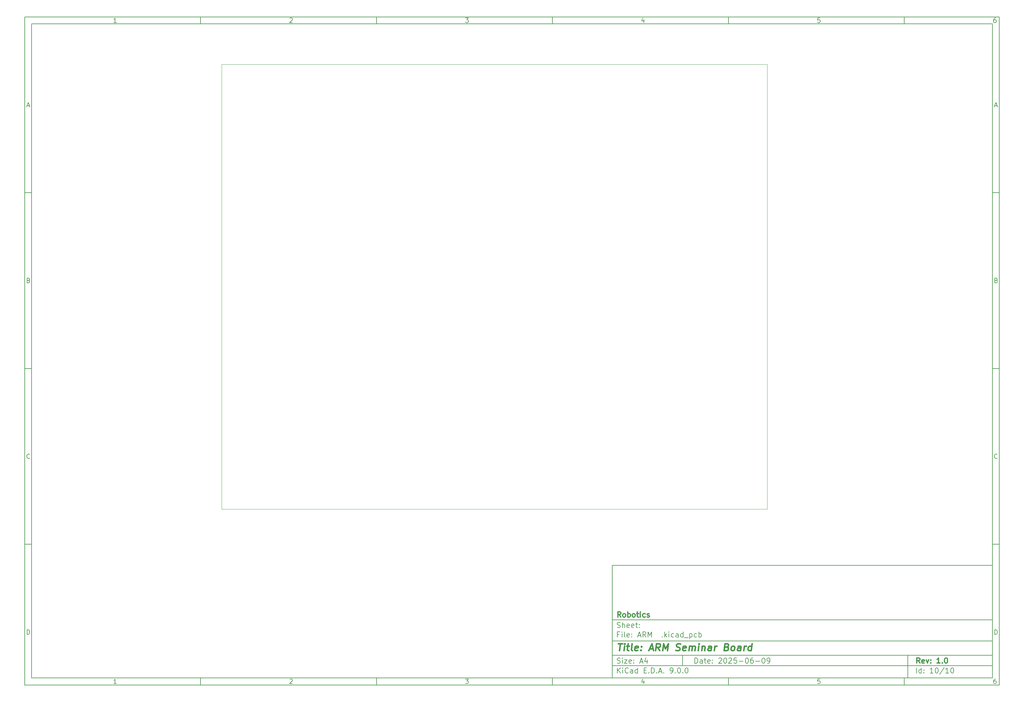
<source format=gm1>
G04 #@! TF.GenerationSoftware,KiCad,Pcbnew,9.0.0*
G04 #@! TF.CreationDate,2025-06-10T17:59:39+09:00*
G04 #@! TF.ProjectId,ARM ___ __,41524d20-38f8-4982-90f4-dc2e6b696361,1.0*
G04 #@! TF.SameCoordinates,Original*
G04 #@! TF.FileFunction,Profile,NP*
%FSLAX46Y46*%
G04 Gerber Fmt 4.6, Leading zero omitted, Abs format (unit mm)*
G04 Created by KiCad (PCBNEW 9.0.0) date 2025-06-10 17:59:39*
%MOMM*%
%LPD*%
G01*
G04 APERTURE LIST*
%ADD10C,0.100000*%
%ADD11C,0.150000*%
%ADD12C,0.300000*%
%ADD13C,0.400000*%
G04 #@! TA.AperFunction,Profile*
%ADD14C,0.050000*%
G04 #@! TD*
G04 APERTURE END LIST*
D10*
D11*
X177002200Y-166007200D02*
X285002200Y-166007200D01*
X285002200Y-198007200D01*
X177002200Y-198007200D01*
X177002200Y-166007200D01*
D10*
D11*
X10000000Y-10000000D02*
X287002200Y-10000000D01*
X287002200Y-200007200D01*
X10000000Y-200007200D01*
X10000000Y-10000000D01*
D10*
D11*
X12000000Y-12000000D02*
X285002200Y-12000000D01*
X285002200Y-198007200D01*
X12000000Y-198007200D01*
X12000000Y-12000000D01*
D10*
D11*
X60000000Y-12000000D02*
X60000000Y-10000000D01*
D10*
D11*
X110000000Y-12000000D02*
X110000000Y-10000000D01*
D10*
D11*
X160000000Y-12000000D02*
X160000000Y-10000000D01*
D10*
D11*
X210000000Y-12000000D02*
X210000000Y-10000000D01*
D10*
D11*
X260000000Y-12000000D02*
X260000000Y-10000000D01*
D10*
D11*
X36089160Y-11593604D02*
X35346303Y-11593604D01*
X35717731Y-11593604D02*
X35717731Y-10293604D01*
X35717731Y-10293604D02*
X35593922Y-10479319D01*
X35593922Y-10479319D02*
X35470112Y-10603128D01*
X35470112Y-10603128D02*
X35346303Y-10665033D01*
D10*
D11*
X85346303Y-10417414D02*
X85408207Y-10355509D01*
X85408207Y-10355509D02*
X85532017Y-10293604D01*
X85532017Y-10293604D02*
X85841541Y-10293604D01*
X85841541Y-10293604D02*
X85965350Y-10355509D01*
X85965350Y-10355509D02*
X86027255Y-10417414D01*
X86027255Y-10417414D02*
X86089160Y-10541223D01*
X86089160Y-10541223D02*
X86089160Y-10665033D01*
X86089160Y-10665033D02*
X86027255Y-10850747D01*
X86027255Y-10850747D02*
X85284398Y-11593604D01*
X85284398Y-11593604D02*
X86089160Y-11593604D01*
D10*
D11*
X135284398Y-10293604D02*
X136089160Y-10293604D01*
X136089160Y-10293604D02*
X135655826Y-10788842D01*
X135655826Y-10788842D02*
X135841541Y-10788842D01*
X135841541Y-10788842D02*
X135965350Y-10850747D01*
X135965350Y-10850747D02*
X136027255Y-10912652D01*
X136027255Y-10912652D02*
X136089160Y-11036461D01*
X136089160Y-11036461D02*
X136089160Y-11345985D01*
X136089160Y-11345985D02*
X136027255Y-11469795D01*
X136027255Y-11469795D02*
X135965350Y-11531700D01*
X135965350Y-11531700D02*
X135841541Y-11593604D01*
X135841541Y-11593604D02*
X135470112Y-11593604D01*
X135470112Y-11593604D02*
X135346303Y-11531700D01*
X135346303Y-11531700D02*
X135284398Y-11469795D01*
D10*
D11*
X185965350Y-10726938D02*
X185965350Y-11593604D01*
X185655826Y-10231700D02*
X185346303Y-11160271D01*
X185346303Y-11160271D02*
X186151064Y-11160271D01*
D10*
D11*
X236027255Y-10293604D02*
X235408207Y-10293604D01*
X235408207Y-10293604D02*
X235346303Y-10912652D01*
X235346303Y-10912652D02*
X235408207Y-10850747D01*
X235408207Y-10850747D02*
X235532017Y-10788842D01*
X235532017Y-10788842D02*
X235841541Y-10788842D01*
X235841541Y-10788842D02*
X235965350Y-10850747D01*
X235965350Y-10850747D02*
X236027255Y-10912652D01*
X236027255Y-10912652D02*
X236089160Y-11036461D01*
X236089160Y-11036461D02*
X236089160Y-11345985D01*
X236089160Y-11345985D02*
X236027255Y-11469795D01*
X236027255Y-11469795D02*
X235965350Y-11531700D01*
X235965350Y-11531700D02*
X235841541Y-11593604D01*
X235841541Y-11593604D02*
X235532017Y-11593604D01*
X235532017Y-11593604D02*
X235408207Y-11531700D01*
X235408207Y-11531700D02*
X235346303Y-11469795D01*
D10*
D11*
X285965350Y-10293604D02*
X285717731Y-10293604D01*
X285717731Y-10293604D02*
X285593922Y-10355509D01*
X285593922Y-10355509D02*
X285532017Y-10417414D01*
X285532017Y-10417414D02*
X285408207Y-10603128D01*
X285408207Y-10603128D02*
X285346303Y-10850747D01*
X285346303Y-10850747D02*
X285346303Y-11345985D01*
X285346303Y-11345985D02*
X285408207Y-11469795D01*
X285408207Y-11469795D02*
X285470112Y-11531700D01*
X285470112Y-11531700D02*
X285593922Y-11593604D01*
X285593922Y-11593604D02*
X285841541Y-11593604D01*
X285841541Y-11593604D02*
X285965350Y-11531700D01*
X285965350Y-11531700D02*
X286027255Y-11469795D01*
X286027255Y-11469795D02*
X286089160Y-11345985D01*
X286089160Y-11345985D02*
X286089160Y-11036461D01*
X286089160Y-11036461D02*
X286027255Y-10912652D01*
X286027255Y-10912652D02*
X285965350Y-10850747D01*
X285965350Y-10850747D02*
X285841541Y-10788842D01*
X285841541Y-10788842D02*
X285593922Y-10788842D01*
X285593922Y-10788842D02*
X285470112Y-10850747D01*
X285470112Y-10850747D02*
X285408207Y-10912652D01*
X285408207Y-10912652D02*
X285346303Y-11036461D01*
D10*
D11*
X60000000Y-198007200D02*
X60000000Y-200007200D01*
D10*
D11*
X110000000Y-198007200D02*
X110000000Y-200007200D01*
D10*
D11*
X160000000Y-198007200D02*
X160000000Y-200007200D01*
D10*
D11*
X210000000Y-198007200D02*
X210000000Y-200007200D01*
D10*
D11*
X260000000Y-198007200D02*
X260000000Y-200007200D01*
D10*
D11*
X36089160Y-199600804D02*
X35346303Y-199600804D01*
X35717731Y-199600804D02*
X35717731Y-198300804D01*
X35717731Y-198300804D02*
X35593922Y-198486519D01*
X35593922Y-198486519D02*
X35470112Y-198610328D01*
X35470112Y-198610328D02*
X35346303Y-198672233D01*
D10*
D11*
X85346303Y-198424614D02*
X85408207Y-198362709D01*
X85408207Y-198362709D02*
X85532017Y-198300804D01*
X85532017Y-198300804D02*
X85841541Y-198300804D01*
X85841541Y-198300804D02*
X85965350Y-198362709D01*
X85965350Y-198362709D02*
X86027255Y-198424614D01*
X86027255Y-198424614D02*
X86089160Y-198548423D01*
X86089160Y-198548423D02*
X86089160Y-198672233D01*
X86089160Y-198672233D02*
X86027255Y-198857947D01*
X86027255Y-198857947D02*
X85284398Y-199600804D01*
X85284398Y-199600804D02*
X86089160Y-199600804D01*
D10*
D11*
X135284398Y-198300804D02*
X136089160Y-198300804D01*
X136089160Y-198300804D02*
X135655826Y-198796042D01*
X135655826Y-198796042D02*
X135841541Y-198796042D01*
X135841541Y-198796042D02*
X135965350Y-198857947D01*
X135965350Y-198857947D02*
X136027255Y-198919852D01*
X136027255Y-198919852D02*
X136089160Y-199043661D01*
X136089160Y-199043661D02*
X136089160Y-199353185D01*
X136089160Y-199353185D02*
X136027255Y-199476995D01*
X136027255Y-199476995D02*
X135965350Y-199538900D01*
X135965350Y-199538900D02*
X135841541Y-199600804D01*
X135841541Y-199600804D02*
X135470112Y-199600804D01*
X135470112Y-199600804D02*
X135346303Y-199538900D01*
X135346303Y-199538900D02*
X135284398Y-199476995D01*
D10*
D11*
X185965350Y-198734138D02*
X185965350Y-199600804D01*
X185655826Y-198238900D02*
X185346303Y-199167471D01*
X185346303Y-199167471D02*
X186151064Y-199167471D01*
D10*
D11*
X236027255Y-198300804D02*
X235408207Y-198300804D01*
X235408207Y-198300804D02*
X235346303Y-198919852D01*
X235346303Y-198919852D02*
X235408207Y-198857947D01*
X235408207Y-198857947D02*
X235532017Y-198796042D01*
X235532017Y-198796042D02*
X235841541Y-198796042D01*
X235841541Y-198796042D02*
X235965350Y-198857947D01*
X235965350Y-198857947D02*
X236027255Y-198919852D01*
X236027255Y-198919852D02*
X236089160Y-199043661D01*
X236089160Y-199043661D02*
X236089160Y-199353185D01*
X236089160Y-199353185D02*
X236027255Y-199476995D01*
X236027255Y-199476995D02*
X235965350Y-199538900D01*
X235965350Y-199538900D02*
X235841541Y-199600804D01*
X235841541Y-199600804D02*
X235532017Y-199600804D01*
X235532017Y-199600804D02*
X235408207Y-199538900D01*
X235408207Y-199538900D02*
X235346303Y-199476995D01*
D10*
D11*
X285965350Y-198300804D02*
X285717731Y-198300804D01*
X285717731Y-198300804D02*
X285593922Y-198362709D01*
X285593922Y-198362709D02*
X285532017Y-198424614D01*
X285532017Y-198424614D02*
X285408207Y-198610328D01*
X285408207Y-198610328D02*
X285346303Y-198857947D01*
X285346303Y-198857947D02*
X285346303Y-199353185D01*
X285346303Y-199353185D02*
X285408207Y-199476995D01*
X285408207Y-199476995D02*
X285470112Y-199538900D01*
X285470112Y-199538900D02*
X285593922Y-199600804D01*
X285593922Y-199600804D02*
X285841541Y-199600804D01*
X285841541Y-199600804D02*
X285965350Y-199538900D01*
X285965350Y-199538900D02*
X286027255Y-199476995D01*
X286027255Y-199476995D02*
X286089160Y-199353185D01*
X286089160Y-199353185D02*
X286089160Y-199043661D01*
X286089160Y-199043661D02*
X286027255Y-198919852D01*
X286027255Y-198919852D02*
X285965350Y-198857947D01*
X285965350Y-198857947D02*
X285841541Y-198796042D01*
X285841541Y-198796042D02*
X285593922Y-198796042D01*
X285593922Y-198796042D02*
X285470112Y-198857947D01*
X285470112Y-198857947D02*
X285408207Y-198919852D01*
X285408207Y-198919852D02*
X285346303Y-199043661D01*
D10*
D11*
X10000000Y-60000000D02*
X12000000Y-60000000D01*
D10*
D11*
X10000000Y-110000000D02*
X12000000Y-110000000D01*
D10*
D11*
X10000000Y-160000000D02*
X12000000Y-160000000D01*
D10*
D11*
X10690476Y-35222176D02*
X11309523Y-35222176D01*
X10566666Y-35593604D02*
X10999999Y-34293604D01*
X10999999Y-34293604D02*
X11433333Y-35593604D01*
D10*
D11*
X11092857Y-84912652D02*
X11278571Y-84974557D01*
X11278571Y-84974557D02*
X11340476Y-85036461D01*
X11340476Y-85036461D02*
X11402380Y-85160271D01*
X11402380Y-85160271D02*
X11402380Y-85345985D01*
X11402380Y-85345985D02*
X11340476Y-85469795D01*
X11340476Y-85469795D02*
X11278571Y-85531700D01*
X11278571Y-85531700D02*
X11154761Y-85593604D01*
X11154761Y-85593604D02*
X10659523Y-85593604D01*
X10659523Y-85593604D02*
X10659523Y-84293604D01*
X10659523Y-84293604D02*
X11092857Y-84293604D01*
X11092857Y-84293604D02*
X11216666Y-84355509D01*
X11216666Y-84355509D02*
X11278571Y-84417414D01*
X11278571Y-84417414D02*
X11340476Y-84541223D01*
X11340476Y-84541223D02*
X11340476Y-84665033D01*
X11340476Y-84665033D02*
X11278571Y-84788842D01*
X11278571Y-84788842D02*
X11216666Y-84850747D01*
X11216666Y-84850747D02*
X11092857Y-84912652D01*
X11092857Y-84912652D02*
X10659523Y-84912652D01*
D10*
D11*
X11402380Y-135469795D02*
X11340476Y-135531700D01*
X11340476Y-135531700D02*
X11154761Y-135593604D01*
X11154761Y-135593604D02*
X11030952Y-135593604D01*
X11030952Y-135593604D02*
X10845238Y-135531700D01*
X10845238Y-135531700D02*
X10721428Y-135407890D01*
X10721428Y-135407890D02*
X10659523Y-135284080D01*
X10659523Y-135284080D02*
X10597619Y-135036461D01*
X10597619Y-135036461D02*
X10597619Y-134850747D01*
X10597619Y-134850747D02*
X10659523Y-134603128D01*
X10659523Y-134603128D02*
X10721428Y-134479319D01*
X10721428Y-134479319D02*
X10845238Y-134355509D01*
X10845238Y-134355509D02*
X11030952Y-134293604D01*
X11030952Y-134293604D02*
X11154761Y-134293604D01*
X11154761Y-134293604D02*
X11340476Y-134355509D01*
X11340476Y-134355509D02*
X11402380Y-134417414D01*
D10*
D11*
X10659523Y-185593604D02*
X10659523Y-184293604D01*
X10659523Y-184293604D02*
X10969047Y-184293604D01*
X10969047Y-184293604D02*
X11154761Y-184355509D01*
X11154761Y-184355509D02*
X11278571Y-184479319D01*
X11278571Y-184479319D02*
X11340476Y-184603128D01*
X11340476Y-184603128D02*
X11402380Y-184850747D01*
X11402380Y-184850747D02*
X11402380Y-185036461D01*
X11402380Y-185036461D02*
X11340476Y-185284080D01*
X11340476Y-185284080D02*
X11278571Y-185407890D01*
X11278571Y-185407890D02*
X11154761Y-185531700D01*
X11154761Y-185531700D02*
X10969047Y-185593604D01*
X10969047Y-185593604D02*
X10659523Y-185593604D01*
D10*
D11*
X287002200Y-60000000D02*
X285002200Y-60000000D01*
D10*
D11*
X287002200Y-110000000D02*
X285002200Y-110000000D01*
D10*
D11*
X287002200Y-160000000D02*
X285002200Y-160000000D01*
D10*
D11*
X285692676Y-35222176D02*
X286311723Y-35222176D01*
X285568866Y-35593604D02*
X286002199Y-34293604D01*
X286002199Y-34293604D02*
X286435533Y-35593604D01*
D10*
D11*
X286095057Y-84912652D02*
X286280771Y-84974557D01*
X286280771Y-84974557D02*
X286342676Y-85036461D01*
X286342676Y-85036461D02*
X286404580Y-85160271D01*
X286404580Y-85160271D02*
X286404580Y-85345985D01*
X286404580Y-85345985D02*
X286342676Y-85469795D01*
X286342676Y-85469795D02*
X286280771Y-85531700D01*
X286280771Y-85531700D02*
X286156961Y-85593604D01*
X286156961Y-85593604D02*
X285661723Y-85593604D01*
X285661723Y-85593604D02*
X285661723Y-84293604D01*
X285661723Y-84293604D02*
X286095057Y-84293604D01*
X286095057Y-84293604D02*
X286218866Y-84355509D01*
X286218866Y-84355509D02*
X286280771Y-84417414D01*
X286280771Y-84417414D02*
X286342676Y-84541223D01*
X286342676Y-84541223D02*
X286342676Y-84665033D01*
X286342676Y-84665033D02*
X286280771Y-84788842D01*
X286280771Y-84788842D02*
X286218866Y-84850747D01*
X286218866Y-84850747D02*
X286095057Y-84912652D01*
X286095057Y-84912652D02*
X285661723Y-84912652D01*
D10*
D11*
X286404580Y-135469795D02*
X286342676Y-135531700D01*
X286342676Y-135531700D02*
X286156961Y-135593604D01*
X286156961Y-135593604D02*
X286033152Y-135593604D01*
X286033152Y-135593604D02*
X285847438Y-135531700D01*
X285847438Y-135531700D02*
X285723628Y-135407890D01*
X285723628Y-135407890D02*
X285661723Y-135284080D01*
X285661723Y-135284080D02*
X285599819Y-135036461D01*
X285599819Y-135036461D02*
X285599819Y-134850747D01*
X285599819Y-134850747D02*
X285661723Y-134603128D01*
X285661723Y-134603128D02*
X285723628Y-134479319D01*
X285723628Y-134479319D02*
X285847438Y-134355509D01*
X285847438Y-134355509D02*
X286033152Y-134293604D01*
X286033152Y-134293604D02*
X286156961Y-134293604D01*
X286156961Y-134293604D02*
X286342676Y-134355509D01*
X286342676Y-134355509D02*
X286404580Y-134417414D01*
D10*
D11*
X285661723Y-185593604D02*
X285661723Y-184293604D01*
X285661723Y-184293604D02*
X285971247Y-184293604D01*
X285971247Y-184293604D02*
X286156961Y-184355509D01*
X286156961Y-184355509D02*
X286280771Y-184479319D01*
X286280771Y-184479319D02*
X286342676Y-184603128D01*
X286342676Y-184603128D02*
X286404580Y-184850747D01*
X286404580Y-184850747D02*
X286404580Y-185036461D01*
X286404580Y-185036461D02*
X286342676Y-185284080D01*
X286342676Y-185284080D02*
X286280771Y-185407890D01*
X286280771Y-185407890D02*
X286156961Y-185531700D01*
X286156961Y-185531700D02*
X285971247Y-185593604D01*
X285971247Y-185593604D02*
X285661723Y-185593604D01*
D10*
D11*
X200458026Y-193793328D02*
X200458026Y-192293328D01*
X200458026Y-192293328D02*
X200815169Y-192293328D01*
X200815169Y-192293328D02*
X201029455Y-192364757D01*
X201029455Y-192364757D02*
X201172312Y-192507614D01*
X201172312Y-192507614D02*
X201243741Y-192650471D01*
X201243741Y-192650471D02*
X201315169Y-192936185D01*
X201315169Y-192936185D02*
X201315169Y-193150471D01*
X201315169Y-193150471D02*
X201243741Y-193436185D01*
X201243741Y-193436185D02*
X201172312Y-193579042D01*
X201172312Y-193579042D02*
X201029455Y-193721900D01*
X201029455Y-193721900D02*
X200815169Y-193793328D01*
X200815169Y-193793328D02*
X200458026Y-193793328D01*
X202600884Y-193793328D02*
X202600884Y-193007614D01*
X202600884Y-193007614D02*
X202529455Y-192864757D01*
X202529455Y-192864757D02*
X202386598Y-192793328D01*
X202386598Y-192793328D02*
X202100884Y-192793328D01*
X202100884Y-192793328D02*
X201958026Y-192864757D01*
X202600884Y-193721900D02*
X202458026Y-193793328D01*
X202458026Y-193793328D02*
X202100884Y-193793328D01*
X202100884Y-193793328D02*
X201958026Y-193721900D01*
X201958026Y-193721900D02*
X201886598Y-193579042D01*
X201886598Y-193579042D02*
X201886598Y-193436185D01*
X201886598Y-193436185D02*
X201958026Y-193293328D01*
X201958026Y-193293328D02*
X202100884Y-193221900D01*
X202100884Y-193221900D02*
X202458026Y-193221900D01*
X202458026Y-193221900D02*
X202600884Y-193150471D01*
X203100884Y-192793328D02*
X203672312Y-192793328D01*
X203315169Y-192293328D02*
X203315169Y-193579042D01*
X203315169Y-193579042D02*
X203386598Y-193721900D01*
X203386598Y-193721900D02*
X203529455Y-193793328D01*
X203529455Y-193793328D02*
X203672312Y-193793328D01*
X204743741Y-193721900D02*
X204600884Y-193793328D01*
X204600884Y-193793328D02*
X204315170Y-193793328D01*
X204315170Y-193793328D02*
X204172312Y-193721900D01*
X204172312Y-193721900D02*
X204100884Y-193579042D01*
X204100884Y-193579042D02*
X204100884Y-193007614D01*
X204100884Y-193007614D02*
X204172312Y-192864757D01*
X204172312Y-192864757D02*
X204315170Y-192793328D01*
X204315170Y-192793328D02*
X204600884Y-192793328D01*
X204600884Y-192793328D02*
X204743741Y-192864757D01*
X204743741Y-192864757D02*
X204815170Y-193007614D01*
X204815170Y-193007614D02*
X204815170Y-193150471D01*
X204815170Y-193150471D02*
X204100884Y-193293328D01*
X205458026Y-193650471D02*
X205529455Y-193721900D01*
X205529455Y-193721900D02*
X205458026Y-193793328D01*
X205458026Y-193793328D02*
X205386598Y-193721900D01*
X205386598Y-193721900D02*
X205458026Y-193650471D01*
X205458026Y-193650471D02*
X205458026Y-193793328D01*
X205458026Y-192864757D02*
X205529455Y-192936185D01*
X205529455Y-192936185D02*
X205458026Y-193007614D01*
X205458026Y-193007614D02*
X205386598Y-192936185D01*
X205386598Y-192936185D02*
X205458026Y-192864757D01*
X205458026Y-192864757D02*
X205458026Y-193007614D01*
X207243741Y-192436185D02*
X207315169Y-192364757D01*
X207315169Y-192364757D02*
X207458027Y-192293328D01*
X207458027Y-192293328D02*
X207815169Y-192293328D01*
X207815169Y-192293328D02*
X207958027Y-192364757D01*
X207958027Y-192364757D02*
X208029455Y-192436185D01*
X208029455Y-192436185D02*
X208100884Y-192579042D01*
X208100884Y-192579042D02*
X208100884Y-192721900D01*
X208100884Y-192721900D02*
X208029455Y-192936185D01*
X208029455Y-192936185D02*
X207172312Y-193793328D01*
X207172312Y-193793328D02*
X208100884Y-193793328D01*
X209029455Y-192293328D02*
X209172312Y-192293328D01*
X209172312Y-192293328D02*
X209315169Y-192364757D01*
X209315169Y-192364757D02*
X209386598Y-192436185D01*
X209386598Y-192436185D02*
X209458026Y-192579042D01*
X209458026Y-192579042D02*
X209529455Y-192864757D01*
X209529455Y-192864757D02*
X209529455Y-193221900D01*
X209529455Y-193221900D02*
X209458026Y-193507614D01*
X209458026Y-193507614D02*
X209386598Y-193650471D01*
X209386598Y-193650471D02*
X209315169Y-193721900D01*
X209315169Y-193721900D02*
X209172312Y-193793328D01*
X209172312Y-193793328D02*
X209029455Y-193793328D01*
X209029455Y-193793328D02*
X208886598Y-193721900D01*
X208886598Y-193721900D02*
X208815169Y-193650471D01*
X208815169Y-193650471D02*
X208743740Y-193507614D01*
X208743740Y-193507614D02*
X208672312Y-193221900D01*
X208672312Y-193221900D02*
X208672312Y-192864757D01*
X208672312Y-192864757D02*
X208743740Y-192579042D01*
X208743740Y-192579042D02*
X208815169Y-192436185D01*
X208815169Y-192436185D02*
X208886598Y-192364757D01*
X208886598Y-192364757D02*
X209029455Y-192293328D01*
X210100883Y-192436185D02*
X210172311Y-192364757D01*
X210172311Y-192364757D02*
X210315169Y-192293328D01*
X210315169Y-192293328D02*
X210672311Y-192293328D01*
X210672311Y-192293328D02*
X210815169Y-192364757D01*
X210815169Y-192364757D02*
X210886597Y-192436185D01*
X210886597Y-192436185D02*
X210958026Y-192579042D01*
X210958026Y-192579042D02*
X210958026Y-192721900D01*
X210958026Y-192721900D02*
X210886597Y-192936185D01*
X210886597Y-192936185D02*
X210029454Y-193793328D01*
X210029454Y-193793328D02*
X210958026Y-193793328D01*
X212315168Y-192293328D02*
X211600882Y-192293328D01*
X211600882Y-192293328D02*
X211529454Y-193007614D01*
X211529454Y-193007614D02*
X211600882Y-192936185D01*
X211600882Y-192936185D02*
X211743740Y-192864757D01*
X211743740Y-192864757D02*
X212100882Y-192864757D01*
X212100882Y-192864757D02*
X212243740Y-192936185D01*
X212243740Y-192936185D02*
X212315168Y-193007614D01*
X212315168Y-193007614D02*
X212386597Y-193150471D01*
X212386597Y-193150471D02*
X212386597Y-193507614D01*
X212386597Y-193507614D02*
X212315168Y-193650471D01*
X212315168Y-193650471D02*
X212243740Y-193721900D01*
X212243740Y-193721900D02*
X212100882Y-193793328D01*
X212100882Y-193793328D02*
X211743740Y-193793328D01*
X211743740Y-193793328D02*
X211600882Y-193721900D01*
X211600882Y-193721900D02*
X211529454Y-193650471D01*
X213029453Y-193221900D02*
X214172311Y-193221900D01*
X215172311Y-192293328D02*
X215315168Y-192293328D01*
X215315168Y-192293328D02*
X215458025Y-192364757D01*
X215458025Y-192364757D02*
X215529454Y-192436185D01*
X215529454Y-192436185D02*
X215600882Y-192579042D01*
X215600882Y-192579042D02*
X215672311Y-192864757D01*
X215672311Y-192864757D02*
X215672311Y-193221900D01*
X215672311Y-193221900D02*
X215600882Y-193507614D01*
X215600882Y-193507614D02*
X215529454Y-193650471D01*
X215529454Y-193650471D02*
X215458025Y-193721900D01*
X215458025Y-193721900D02*
X215315168Y-193793328D01*
X215315168Y-193793328D02*
X215172311Y-193793328D01*
X215172311Y-193793328D02*
X215029454Y-193721900D01*
X215029454Y-193721900D02*
X214958025Y-193650471D01*
X214958025Y-193650471D02*
X214886596Y-193507614D01*
X214886596Y-193507614D02*
X214815168Y-193221900D01*
X214815168Y-193221900D02*
X214815168Y-192864757D01*
X214815168Y-192864757D02*
X214886596Y-192579042D01*
X214886596Y-192579042D02*
X214958025Y-192436185D01*
X214958025Y-192436185D02*
X215029454Y-192364757D01*
X215029454Y-192364757D02*
X215172311Y-192293328D01*
X216958025Y-192293328D02*
X216672310Y-192293328D01*
X216672310Y-192293328D02*
X216529453Y-192364757D01*
X216529453Y-192364757D02*
X216458025Y-192436185D01*
X216458025Y-192436185D02*
X216315167Y-192650471D01*
X216315167Y-192650471D02*
X216243739Y-192936185D01*
X216243739Y-192936185D02*
X216243739Y-193507614D01*
X216243739Y-193507614D02*
X216315167Y-193650471D01*
X216315167Y-193650471D02*
X216386596Y-193721900D01*
X216386596Y-193721900D02*
X216529453Y-193793328D01*
X216529453Y-193793328D02*
X216815167Y-193793328D01*
X216815167Y-193793328D02*
X216958025Y-193721900D01*
X216958025Y-193721900D02*
X217029453Y-193650471D01*
X217029453Y-193650471D02*
X217100882Y-193507614D01*
X217100882Y-193507614D02*
X217100882Y-193150471D01*
X217100882Y-193150471D02*
X217029453Y-193007614D01*
X217029453Y-193007614D02*
X216958025Y-192936185D01*
X216958025Y-192936185D02*
X216815167Y-192864757D01*
X216815167Y-192864757D02*
X216529453Y-192864757D01*
X216529453Y-192864757D02*
X216386596Y-192936185D01*
X216386596Y-192936185D02*
X216315167Y-193007614D01*
X216315167Y-193007614D02*
X216243739Y-193150471D01*
X217743738Y-193221900D02*
X218886596Y-193221900D01*
X219886596Y-192293328D02*
X220029453Y-192293328D01*
X220029453Y-192293328D02*
X220172310Y-192364757D01*
X220172310Y-192364757D02*
X220243739Y-192436185D01*
X220243739Y-192436185D02*
X220315167Y-192579042D01*
X220315167Y-192579042D02*
X220386596Y-192864757D01*
X220386596Y-192864757D02*
X220386596Y-193221900D01*
X220386596Y-193221900D02*
X220315167Y-193507614D01*
X220315167Y-193507614D02*
X220243739Y-193650471D01*
X220243739Y-193650471D02*
X220172310Y-193721900D01*
X220172310Y-193721900D02*
X220029453Y-193793328D01*
X220029453Y-193793328D02*
X219886596Y-193793328D01*
X219886596Y-193793328D02*
X219743739Y-193721900D01*
X219743739Y-193721900D02*
X219672310Y-193650471D01*
X219672310Y-193650471D02*
X219600881Y-193507614D01*
X219600881Y-193507614D02*
X219529453Y-193221900D01*
X219529453Y-193221900D02*
X219529453Y-192864757D01*
X219529453Y-192864757D02*
X219600881Y-192579042D01*
X219600881Y-192579042D02*
X219672310Y-192436185D01*
X219672310Y-192436185D02*
X219743739Y-192364757D01*
X219743739Y-192364757D02*
X219886596Y-192293328D01*
X221100881Y-193793328D02*
X221386595Y-193793328D01*
X221386595Y-193793328D02*
X221529452Y-193721900D01*
X221529452Y-193721900D02*
X221600881Y-193650471D01*
X221600881Y-193650471D02*
X221743738Y-193436185D01*
X221743738Y-193436185D02*
X221815167Y-193150471D01*
X221815167Y-193150471D02*
X221815167Y-192579042D01*
X221815167Y-192579042D02*
X221743738Y-192436185D01*
X221743738Y-192436185D02*
X221672310Y-192364757D01*
X221672310Y-192364757D02*
X221529452Y-192293328D01*
X221529452Y-192293328D02*
X221243738Y-192293328D01*
X221243738Y-192293328D02*
X221100881Y-192364757D01*
X221100881Y-192364757D02*
X221029452Y-192436185D01*
X221029452Y-192436185D02*
X220958024Y-192579042D01*
X220958024Y-192579042D02*
X220958024Y-192936185D01*
X220958024Y-192936185D02*
X221029452Y-193079042D01*
X221029452Y-193079042D02*
X221100881Y-193150471D01*
X221100881Y-193150471D02*
X221243738Y-193221900D01*
X221243738Y-193221900D02*
X221529452Y-193221900D01*
X221529452Y-193221900D02*
X221672310Y-193150471D01*
X221672310Y-193150471D02*
X221743738Y-193079042D01*
X221743738Y-193079042D02*
X221815167Y-192936185D01*
D10*
D11*
X177002200Y-194507200D02*
X285002200Y-194507200D01*
D10*
D11*
X178458026Y-196593328D02*
X178458026Y-195093328D01*
X179315169Y-196593328D02*
X178672312Y-195736185D01*
X179315169Y-195093328D02*
X178458026Y-195950471D01*
X179958026Y-196593328D02*
X179958026Y-195593328D01*
X179958026Y-195093328D02*
X179886598Y-195164757D01*
X179886598Y-195164757D02*
X179958026Y-195236185D01*
X179958026Y-195236185D02*
X180029455Y-195164757D01*
X180029455Y-195164757D02*
X179958026Y-195093328D01*
X179958026Y-195093328D02*
X179958026Y-195236185D01*
X181529455Y-196450471D02*
X181458027Y-196521900D01*
X181458027Y-196521900D02*
X181243741Y-196593328D01*
X181243741Y-196593328D02*
X181100884Y-196593328D01*
X181100884Y-196593328D02*
X180886598Y-196521900D01*
X180886598Y-196521900D02*
X180743741Y-196379042D01*
X180743741Y-196379042D02*
X180672312Y-196236185D01*
X180672312Y-196236185D02*
X180600884Y-195950471D01*
X180600884Y-195950471D02*
X180600884Y-195736185D01*
X180600884Y-195736185D02*
X180672312Y-195450471D01*
X180672312Y-195450471D02*
X180743741Y-195307614D01*
X180743741Y-195307614D02*
X180886598Y-195164757D01*
X180886598Y-195164757D02*
X181100884Y-195093328D01*
X181100884Y-195093328D02*
X181243741Y-195093328D01*
X181243741Y-195093328D02*
X181458027Y-195164757D01*
X181458027Y-195164757D02*
X181529455Y-195236185D01*
X182815170Y-196593328D02*
X182815170Y-195807614D01*
X182815170Y-195807614D02*
X182743741Y-195664757D01*
X182743741Y-195664757D02*
X182600884Y-195593328D01*
X182600884Y-195593328D02*
X182315170Y-195593328D01*
X182315170Y-195593328D02*
X182172312Y-195664757D01*
X182815170Y-196521900D02*
X182672312Y-196593328D01*
X182672312Y-196593328D02*
X182315170Y-196593328D01*
X182315170Y-196593328D02*
X182172312Y-196521900D01*
X182172312Y-196521900D02*
X182100884Y-196379042D01*
X182100884Y-196379042D02*
X182100884Y-196236185D01*
X182100884Y-196236185D02*
X182172312Y-196093328D01*
X182172312Y-196093328D02*
X182315170Y-196021900D01*
X182315170Y-196021900D02*
X182672312Y-196021900D01*
X182672312Y-196021900D02*
X182815170Y-195950471D01*
X184172313Y-196593328D02*
X184172313Y-195093328D01*
X184172313Y-196521900D02*
X184029455Y-196593328D01*
X184029455Y-196593328D02*
X183743741Y-196593328D01*
X183743741Y-196593328D02*
X183600884Y-196521900D01*
X183600884Y-196521900D02*
X183529455Y-196450471D01*
X183529455Y-196450471D02*
X183458027Y-196307614D01*
X183458027Y-196307614D02*
X183458027Y-195879042D01*
X183458027Y-195879042D02*
X183529455Y-195736185D01*
X183529455Y-195736185D02*
X183600884Y-195664757D01*
X183600884Y-195664757D02*
X183743741Y-195593328D01*
X183743741Y-195593328D02*
X184029455Y-195593328D01*
X184029455Y-195593328D02*
X184172313Y-195664757D01*
X186029455Y-195807614D02*
X186529455Y-195807614D01*
X186743741Y-196593328D02*
X186029455Y-196593328D01*
X186029455Y-196593328D02*
X186029455Y-195093328D01*
X186029455Y-195093328D02*
X186743741Y-195093328D01*
X187386598Y-196450471D02*
X187458027Y-196521900D01*
X187458027Y-196521900D02*
X187386598Y-196593328D01*
X187386598Y-196593328D02*
X187315170Y-196521900D01*
X187315170Y-196521900D02*
X187386598Y-196450471D01*
X187386598Y-196450471D02*
X187386598Y-196593328D01*
X188100884Y-196593328D02*
X188100884Y-195093328D01*
X188100884Y-195093328D02*
X188458027Y-195093328D01*
X188458027Y-195093328D02*
X188672313Y-195164757D01*
X188672313Y-195164757D02*
X188815170Y-195307614D01*
X188815170Y-195307614D02*
X188886599Y-195450471D01*
X188886599Y-195450471D02*
X188958027Y-195736185D01*
X188958027Y-195736185D02*
X188958027Y-195950471D01*
X188958027Y-195950471D02*
X188886599Y-196236185D01*
X188886599Y-196236185D02*
X188815170Y-196379042D01*
X188815170Y-196379042D02*
X188672313Y-196521900D01*
X188672313Y-196521900D02*
X188458027Y-196593328D01*
X188458027Y-196593328D02*
X188100884Y-196593328D01*
X189600884Y-196450471D02*
X189672313Y-196521900D01*
X189672313Y-196521900D02*
X189600884Y-196593328D01*
X189600884Y-196593328D02*
X189529456Y-196521900D01*
X189529456Y-196521900D02*
X189600884Y-196450471D01*
X189600884Y-196450471D02*
X189600884Y-196593328D01*
X190243742Y-196164757D02*
X190958028Y-196164757D01*
X190100885Y-196593328D02*
X190600885Y-195093328D01*
X190600885Y-195093328D02*
X191100885Y-196593328D01*
X191600884Y-196450471D02*
X191672313Y-196521900D01*
X191672313Y-196521900D02*
X191600884Y-196593328D01*
X191600884Y-196593328D02*
X191529456Y-196521900D01*
X191529456Y-196521900D02*
X191600884Y-196450471D01*
X191600884Y-196450471D02*
X191600884Y-196593328D01*
X193529456Y-196593328D02*
X193815170Y-196593328D01*
X193815170Y-196593328D02*
X193958027Y-196521900D01*
X193958027Y-196521900D02*
X194029456Y-196450471D01*
X194029456Y-196450471D02*
X194172313Y-196236185D01*
X194172313Y-196236185D02*
X194243742Y-195950471D01*
X194243742Y-195950471D02*
X194243742Y-195379042D01*
X194243742Y-195379042D02*
X194172313Y-195236185D01*
X194172313Y-195236185D02*
X194100885Y-195164757D01*
X194100885Y-195164757D02*
X193958027Y-195093328D01*
X193958027Y-195093328D02*
X193672313Y-195093328D01*
X193672313Y-195093328D02*
X193529456Y-195164757D01*
X193529456Y-195164757D02*
X193458027Y-195236185D01*
X193458027Y-195236185D02*
X193386599Y-195379042D01*
X193386599Y-195379042D02*
X193386599Y-195736185D01*
X193386599Y-195736185D02*
X193458027Y-195879042D01*
X193458027Y-195879042D02*
X193529456Y-195950471D01*
X193529456Y-195950471D02*
X193672313Y-196021900D01*
X193672313Y-196021900D02*
X193958027Y-196021900D01*
X193958027Y-196021900D02*
X194100885Y-195950471D01*
X194100885Y-195950471D02*
X194172313Y-195879042D01*
X194172313Y-195879042D02*
X194243742Y-195736185D01*
X194886598Y-196450471D02*
X194958027Y-196521900D01*
X194958027Y-196521900D02*
X194886598Y-196593328D01*
X194886598Y-196593328D02*
X194815170Y-196521900D01*
X194815170Y-196521900D02*
X194886598Y-196450471D01*
X194886598Y-196450471D02*
X194886598Y-196593328D01*
X195886599Y-195093328D02*
X196029456Y-195093328D01*
X196029456Y-195093328D02*
X196172313Y-195164757D01*
X196172313Y-195164757D02*
X196243742Y-195236185D01*
X196243742Y-195236185D02*
X196315170Y-195379042D01*
X196315170Y-195379042D02*
X196386599Y-195664757D01*
X196386599Y-195664757D02*
X196386599Y-196021900D01*
X196386599Y-196021900D02*
X196315170Y-196307614D01*
X196315170Y-196307614D02*
X196243742Y-196450471D01*
X196243742Y-196450471D02*
X196172313Y-196521900D01*
X196172313Y-196521900D02*
X196029456Y-196593328D01*
X196029456Y-196593328D02*
X195886599Y-196593328D01*
X195886599Y-196593328D02*
X195743742Y-196521900D01*
X195743742Y-196521900D02*
X195672313Y-196450471D01*
X195672313Y-196450471D02*
X195600884Y-196307614D01*
X195600884Y-196307614D02*
X195529456Y-196021900D01*
X195529456Y-196021900D02*
X195529456Y-195664757D01*
X195529456Y-195664757D02*
X195600884Y-195379042D01*
X195600884Y-195379042D02*
X195672313Y-195236185D01*
X195672313Y-195236185D02*
X195743742Y-195164757D01*
X195743742Y-195164757D02*
X195886599Y-195093328D01*
X197029455Y-196450471D02*
X197100884Y-196521900D01*
X197100884Y-196521900D02*
X197029455Y-196593328D01*
X197029455Y-196593328D02*
X196958027Y-196521900D01*
X196958027Y-196521900D02*
X197029455Y-196450471D01*
X197029455Y-196450471D02*
X197029455Y-196593328D01*
X198029456Y-195093328D02*
X198172313Y-195093328D01*
X198172313Y-195093328D02*
X198315170Y-195164757D01*
X198315170Y-195164757D02*
X198386599Y-195236185D01*
X198386599Y-195236185D02*
X198458027Y-195379042D01*
X198458027Y-195379042D02*
X198529456Y-195664757D01*
X198529456Y-195664757D02*
X198529456Y-196021900D01*
X198529456Y-196021900D02*
X198458027Y-196307614D01*
X198458027Y-196307614D02*
X198386599Y-196450471D01*
X198386599Y-196450471D02*
X198315170Y-196521900D01*
X198315170Y-196521900D02*
X198172313Y-196593328D01*
X198172313Y-196593328D02*
X198029456Y-196593328D01*
X198029456Y-196593328D02*
X197886599Y-196521900D01*
X197886599Y-196521900D02*
X197815170Y-196450471D01*
X197815170Y-196450471D02*
X197743741Y-196307614D01*
X197743741Y-196307614D02*
X197672313Y-196021900D01*
X197672313Y-196021900D02*
X197672313Y-195664757D01*
X197672313Y-195664757D02*
X197743741Y-195379042D01*
X197743741Y-195379042D02*
X197815170Y-195236185D01*
X197815170Y-195236185D02*
X197886599Y-195164757D01*
X197886599Y-195164757D02*
X198029456Y-195093328D01*
D10*
D11*
X177002200Y-191507200D02*
X285002200Y-191507200D01*
D10*
D12*
X264413853Y-193785528D02*
X263913853Y-193071242D01*
X263556710Y-193785528D02*
X263556710Y-192285528D01*
X263556710Y-192285528D02*
X264128139Y-192285528D01*
X264128139Y-192285528D02*
X264270996Y-192356957D01*
X264270996Y-192356957D02*
X264342425Y-192428385D01*
X264342425Y-192428385D02*
X264413853Y-192571242D01*
X264413853Y-192571242D02*
X264413853Y-192785528D01*
X264413853Y-192785528D02*
X264342425Y-192928385D01*
X264342425Y-192928385D02*
X264270996Y-192999814D01*
X264270996Y-192999814D02*
X264128139Y-193071242D01*
X264128139Y-193071242D02*
X263556710Y-193071242D01*
X265628139Y-193714100D02*
X265485282Y-193785528D01*
X265485282Y-193785528D02*
X265199568Y-193785528D01*
X265199568Y-193785528D02*
X265056710Y-193714100D01*
X265056710Y-193714100D02*
X264985282Y-193571242D01*
X264985282Y-193571242D02*
X264985282Y-192999814D01*
X264985282Y-192999814D02*
X265056710Y-192856957D01*
X265056710Y-192856957D02*
X265199568Y-192785528D01*
X265199568Y-192785528D02*
X265485282Y-192785528D01*
X265485282Y-192785528D02*
X265628139Y-192856957D01*
X265628139Y-192856957D02*
X265699568Y-192999814D01*
X265699568Y-192999814D02*
X265699568Y-193142671D01*
X265699568Y-193142671D02*
X264985282Y-193285528D01*
X266199567Y-192785528D02*
X266556710Y-193785528D01*
X266556710Y-193785528D02*
X266913853Y-192785528D01*
X267485281Y-193642671D02*
X267556710Y-193714100D01*
X267556710Y-193714100D02*
X267485281Y-193785528D01*
X267485281Y-193785528D02*
X267413853Y-193714100D01*
X267413853Y-193714100D02*
X267485281Y-193642671D01*
X267485281Y-193642671D02*
X267485281Y-193785528D01*
X267485281Y-192856957D02*
X267556710Y-192928385D01*
X267556710Y-192928385D02*
X267485281Y-192999814D01*
X267485281Y-192999814D02*
X267413853Y-192928385D01*
X267413853Y-192928385D02*
X267485281Y-192856957D01*
X267485281Y-192856957D02*
X267485281Y-192999814D01*
X270128139Y-193785528D02*
X269270996Y-193785528D01*
X269699567Y-193785528D02*
X269699567Y-192285528D01*
X269699567Y-192285528D02*
X269556710Y-192499814D01*
X269556710Y-192499814D02*
X269413853Y-192642671D01*
X269413853Y-192642671D02*
X269270996Y-192714100D01*
X270770995Y-193642671D02*
X270842424Y-193714100D01*
X270842424Y-193714100D02*
X270770995Y-193785528D01*
X270770995Y-193785528D02*
X270699567Y-193714100D01*
X270699567Y-193714100D02*
X270770995Y-193642671D01*
X270770995Y-193642671D02*
X270770995Y-193785528D01*
X271770996Y-192285528D02*
X271913853Y-192285528D01*
X271913853Y-192285528D02*
X272056710Y-192356957D01*
X272056710Y-192356957D02*
X272128139Y-192428385D01*
X272128139Y-192428385D02*
X272199567Y-192571242D01*
X272199567Y-192571242D02*
X272270996Y-192856957D01*
X272270996Y-192856957D02*
X272270996Y-193214100D01*
X272270996Y-193214100D02*
X272199567Y-193499814D01*
X272199567Y-193499814D02*
X272128139Y-193642671D01*
X272128139Y-193642671D02*
X272056710Y-193714100D01*
X272056710Y-193714100D02*
X271913853Y-193785528D01*
X271913853Y-193785528D02*
X271770996Y-193785528D01*
X271770996Y-193785528D02*
X271628139Y-193714100D01*
X271628139Y-193714100D02*
X271556710Y-193642671D01*
X271556710Y-193642671D02*
X271485281Y-193499814D01*
X271485281Y-193499814D02*
X271413853Y-193214100D01*
X271413853Y-193214100D02*
X271413853Y-192856957D01*
X271413853Y-192856957D02*
X271485281Y-192571242D01*
X271485281Y-192571242D02*
X271556710Y-192428385D01*
X271556710Y-192428385D02*
X271628139Y-192356957D01*
X271628139Y-192356957D02*
X271770996Y-192285528D01*
D10*
D11*
X178386598Y-193721900D02*
X178600884Y-193793328D01*
X178600884Y-193793328D02*
X178958026Y-193793328D01*
X178958026Y-193793328D02*
X179100884Y-193721900D01*
X179100884Y-193721900D02*
X179172312Y-193650471D01*
X179172312Y-193650471D02*
X179243741Y-193507614D01*
X179243741Y-193507614D02*
X179243741Y-193364757D01*
X179243741Y-193364757D02*
X179172312Y-193221900D01*
X179172312Y-193221900D02*
X179100884Y-193150471D01*
X179100884Y-193150471D02*
X178958026Y-193079042D01*
X178958026Y-193079042D02*
X178672312Y-193007614D01*
X178672312Y-193007614D02*
X178529455Y-192936185D01*
X178529455Y-192936185D02*
X178458026Y-192864757D01*
X178458026Y-192864757D02*
X178386598Y-192721900D01*
X178386598Y-192721900D02*
X178386598Y-192579042D01*
X178386598Y-192579042D02*
X178458026Y-192436185D01*
X178458026Y-192436185D02*
X178529455Y-192364757D01*
X178529455Y-192364757D02*
X178672312Y-192293328D01*
X178672312Y-192293328D02*
X179029455Y-192293328D01*
X179029455Y-192293328D02*
X179243741Y-192364757D01*
X179886597Y-193793328D02*
X179886597Y-192793328D01*
X179886597Y-192293328D02*
X179815169Y-192364757D01*
X179815169Y-192364757D02*
X179886597Y-192436185D01*
X179886597Y-192436185D02*
X179958026Y-192364757D01*
X179958026Y-192364757D02*
X179886597Y-192293328D01*
X179886597Y-192293328D02*
X179886597Y-192436185D01*
X180458026Y-192793328D02*
X181243741Y-192793328D01*
X181243741Y-192793328D02*
X180458026Y-193793328D01*
X180458026Y-193793328D02*
X181243741Y-193793328D01*
X182386598Y-193721900D02*
X182243741Y-193793328D01*
X182243741Y-193793328D02*
X181958027Y-193793328D01*
X181958027Y-193793328D02*
X181815169Y-193721900D01*
X181815169Y-193721900D02*
X181743741Y-193579042D01*
X181743741Y-193579042D02*
X181743741Y-193007614D01*
X181743741Y-193007614D02*
X181815169Y-192864757D01*
X181815169Y-192864757D02*
X181958027Y-192793328D01*
X181958027Y-192793328D02*
X182243741Y-192793328D01*
X182243741Y-192793328D02*
X182386598Y-192864757D01*
X182386598Y-192864757D02*
X182458027Y-193007614D01*
X182458027Y-193007614D02*
X182458027Y-193150471D01*
X182458027Y-193150471D02*
X181743741Y-193293328D01*
X183100883Y-193650471D02*
X183172312Y-193721900D01*
X183172312Y-193721900D02*
X183100883Y-193793328D01*
X183100883Y-193793328D02*
X183029455Y-193721900D01*
X183029455Y-193721900D02*
X183100883Y-193650471D01*
X183100883Y-193650471D02*
X183100883Y-193793328D01*
X183100883Y-192864757D02*
X183172312Y-192936185D01*
X183172312Y-192936185D02*
X183100883Y-193007614D01*
X183100883Y-193007614D02*
X183029455Y-192936185D01*
X183029455Y-192936185D02*
X183100883Y-192864757D01*
X183100883Y-192864757D02*
X183100883Y-193007614D01*
X184886598Y-193364757D02*
X185600884Y-193364757D01*
X184743741Y-193793328D02*
X185243741Y-192293328D01*
X185243741Y-192293328D02*
X185743741Y-193793328D01*
X186886598Y-192793328D02*
X186886598Y-193793328D01*
X186529455Y-192221900D02*
X186172312Y-193293328D01*
X186172312Y-193293328D02*
X187100883Y-193293328D01*
D10*
D11*
X263458026Y-196593328D02*
X263458026Y-195093328D01*
X264815170Y-196593328D02*
X264815170Y-195093328D01*
X264815170Y-196521900D02*
X264672312Y-196593328D01*
X264672312Y-196593328D02*
X264386598Y-196593328D01*
X264386598Y-196593328D02*
X264243741Y-196521900D01*
X264243741Y-196521900D02*
X264172312Y-196450471D01*
X264172312Y-196450471D02*
X264100884Y-196307614D01*
X264100884Y-196307614D02*
X264100884Y-195879042D01*
X264100884Y-195879042D02*
X264172312Y-195736185D01*
X264172312Y-195736185D02*
X264243741Y-195664757D01*
X264243741Y-195664757D02*
X264386598Y-195593328D01*
X264386598Y-195593328D02*
X264672312Y-195593328D01*
X264672312Y-195593328D02*
X264815170Y-195664757D01*
X265529455Y-196450471D02*
X265600884Y-196521900D01*
X265600884Y-196521900D02*
X265529455Y-196593328D01*
X265529455Y-196593328D02*
X265458027Y-196521900D01*
X265458027Y-196521900D02*
X265529455Y-196450471D01*
X265529455Y-196450471D02*
X265529455Y-196593328D01*
X265529455Y-195664757D02*
X265600884Y-195736185D01*
X265600884Y-195736185D02*
X265529455Y-195807614D01*
X265529455Y-195807614D02*
X265458027Y-195736185D01*
X265458027Y-195736185D02*
X265529455Y-195664757D01*
X265529455Y-195664757D02*
X265529455Y-195807614D01*
X268172313Y-196593328D02*
X267315170Y-196593328D01*
X267743741Y-196593328D02*
X267743741Y-195093328D01*
X267743741Y-195093328D02*
X267600884Y-195307614D01*
X267600884Y-195307614D02*
X267458027Y-195450471D01*
X267458027Y-195450471D02*
X267315170Y-195521900D01*
X269100884Y-195093328D02*
X269243741Y-195093328D01*
X269243741Y-195093328D02*
X269386598Y-195164757D01*
X269386598Y-195164757D02*
X269458027Y-195236185D01*
X269458027Y-195236185D02*
X269529455Y-195379042D01*
X269529455Y-195379042D02*
X269600884Y-195664757D01*
X269600884Y-195664757D02*
X269600884Y-196021900D01*
X269600884Y-196021900D02*
X269529455Y-196307614D01*
X269529455Y-196307614D02*
X269458027Y-196450471D01*
X269458027Y-196450471D02*
X269386598Y-196521900D01*
X269386598Y-196521900D02*
X269243741Y-196593328D01*
X269243741Y-196593328D02*
X269100884Y-196593328D01*
X269100884Y-196593328D02*
X268958027Y-196521900D01*
X268958027Y-196521900D02*
X268886598Y-196450471D01*
X268886598Y-196450471D02*
X268815169Y-196307614D01*
X268815169Y-196307614D02*
X268743741Y-196021900D01*
X268743741Y-196021900D02*
X268743741Y-195664757D01*
X268743741Y-195664757D02*
X268815169Y-195379042D01*
X268815169Y-195379042D02*
X268886598Y-195236185D01*
X268886598Y-195236185D02*
X268958027Y-195164757D01*
X268958027Y-195164757D02*
X269100884Y-195093328D01*
X271315169Y-195021900D02*
X270029455Y-196950471D01*
X272600884Y-196593328D02*
X271743741Y-196593328D01*
X272172312Y-196593328D02*
X272172312Y-195093328D01*
X272172312Y-195093328D02*
X272029455Y-195307614D01*
X272029455Y-195307614D02*
X271886598Y-195450471D01*
X271886598Y-195450471D02*
X271743741Y-195521900D01*
X273529455Y-195093328D02*
X273672312Y-195093328D01*
X273672312Y-195093328D02*
X273815169Y-195164757D01*
X273815169Y-195164757D02*
X273886598Y-195236185D01*
X273886598Y-195236185D02*
X273958026Y-195379042D01*
X273958026Y-195379042D02*
X274029455Y-195664757D01*
X274029455Y-195664757D02*
X274029455Y-196021900D01*
X274029455Y-196021900D02*
X273958026Y-196307614D01*
X273958026Y-196307614D02*
X273886598Y-196450471D01*
X273886598Y-196450471D02*
X273815169Y-196521900D01*
X273815169Y-196521900D02*
X273672312Y-196593328D01*
X273672312Y-196593328D02*
X273529455Y-196593328D01*
X273529455Y-196593328D02*
X273386598Y-196521900D01*
X273386598Y-196521900D02*
X273315169Y-196450471D01*
X273315169Y-196450471D02*
X273243740Y-196307614D01*
X273243740Y-196307614D02*
X273172312Y-196021900D01*
X273172312Y-196021900D02*
X273172312Y-195664757D01*
X273172312Y-195664757D02*
X273243740Y-195379042D01*
X273243740Y-195379042D02*
X273315169Y-195236185D01*
X273315169Y-195236185D02*
X273386598Y-195164757D01*
X273386598Y-195164757D02*
X273529455Y-195093328D01*
D10*
D11*
X177002200Y-187507200D02*
X285002200Y-187507200D01*
D10*
D13*
X178693928Y-188211638D02*
X179836785Y-188211638D01*
X179015357Y-190211638D02*
X179265357Y-188211638D01*
X180253452Y-190211638D02*
X180420119Y-188878304D01*
X180503452Y-188211638D02*
X180396309Y-188306876D01*
X180396309Y-188306876D02*
X180479643Y-188402114D01*
X180479643Y-188402114D02*
X180586786Y-188306876D01*
X180586786Y-188306876D02*
X180503452Y-188211638D01*
X180503452Y-188211638D02*
X180479643Y-188402114D01*
X181086786Y-188878304D02*
X181848690Y-188878304D01*
X181455833Y-188211638D02*
X181241548Y-189925923D01*
X181241548Y-189925923D02*
X181312976Y-190116400D01*
X181312976Y-190116400D02*
X181491548Y-190211638D01*
X181491548Y-190211638D02*
X181682024Y-190211638D01*
X182634405Y-190211638D02*
X182455833Y-190116400D01*
X182455833Y-190116400D02*
X182384405Y-189925923D01*
X182384405Y-189925923D02*
X182598690Y-188211638D01*
X184170119Y-190116400D02*
X183967738Y-190211638D01*
X183967738Y-190211638D02*
X183586785Y-190211638D01*
X183586785Y-190211638D02*
X183408214Y-190116400D01*
X183408214Y-190116400D02*
X183336785Y-189925923D01*
X183336785Y-189925923D02*
X183432024Y-189164019D01*
X183432024Y-189164019D02*
X183551071Y-188973542D01*
X183551071Y-188973542D02*
X183753452Y-188878304D01*
X183753452Y-188878304D02*
X184134404Y-188878304D01*
X184134404Y-188878304D02*
X184312976Y-188973542D01*
X184312976Y-188973542D02*
X184384404Y-189164019D01*
X184384404Y-189164019D02*
X184360595Y-189354495D01*
X184360595Y-189354495D02*
X183384404Y-189544971D01*
X185134405Y-190021161D02*
X185217738Y-190116400D01*
X185217738Y-190116400D02*
X185110595Y-190211638D01*
X185110595Y-190211638D02*
X185027262Y-190116400D01*
X185027262Y-190116400D02*
X185134405Y-190021161D01*
X185134405Y-190021161D02*
X185110595Y-190211638D01*
X185265357Y-188973542D02*
X185348690Y-189068780D01*
X185348690Y-189068780D02*
X185241548Y-189164019D01*
X185241548Y-189164019D02*
X185158214Y-189068780D01*
X185158214Y-189068780D02*
X185265357Y-188973542D01*
X185265357Y-188973542D02*
X185241548Y-189164019D01*
X187562977Y-189640209D02*
X188515358Y-189640209D01*
X187301072Y-190211638D02*
X188217739Y-188211638D01*
X188217739Y-188211638D02*
X188634405Y-190211638D01*
X190443929Y-190211638D02*
X189896310Y-189259257D01*
X189301072Y-190211638D02*
X189551072Y-188211638D01*
X189551072Y-188211638D02*
X190312977Y-188211638D01*
X190312977Y-188211638D02*
X190491548Y-188306876D01*
X190491548Y-188306876D02*
X190574882Y-188402114D01*
X190574882Y-188402114D02*
X190646310Y-188592590D01*
X190646310Y-188592590D02*
X190610596Y-188878304D01*
X190610596Y-188878304D02*
X190491548Y-189068780D01*
X190491548Y-189068780D02*
X190384406Y-189164019D01*
X190384406Y-189164019D02*
X190182025Y-189259257D01*
X190182025Y-189259257D02*
X189420120Y-189259257D01*
X191301072Y-190211638D02*
X191551072Y-188211638D01*
X191551072Y-188211638D02*
X192039167Y-189640209D01*
X192039167Y-189640209D02*
X192884406Y-188211638D01*
X192884406Y-188211638D02*
X192634406Y-190211638D01*
X195027263Y-190116400D02*
X195301072Y-190211638D01*
X195301072Y-190211638D02*
X195777263Y-190211638D01*
X195777263Y-190211638D02*
X195979644Y-190116400D01*
X195979644Y-190116400D02*
X196086787Y-190021161D01*
X196086787Y-190021161D02*
X196205834Y-189830685D01*
X196205834Y-189830685D02*
X196229644Y-189640209D01*
X196229644Y-189640209D02*
X196158215Y-189449733D01*
X196158215Y-189449733D02*
X196074882Y-189354495D01*
X196074882Y-189354495D02*
X195896311Y-189259257D01*
X195896311Y-189259257D02*
X195527263Y-189164019D01*
X195527263Y-189164019D02*
X195348691Y-189068780D01*
X195348691Y-189068780D02*
X195265358Y-188973542D01*
X195265358Y-188973542D02*
X195193930Y-188783066D01*
X195193930Y-188783066D02*
X195217739Y-188592590D01*
X195217739Y-188592590D02*
X195336787Y-188402114D01*
X195336787Y-188402114D02*
X195443930Y-188306876D01*
X195443930Y-188306876D02*
X195646311Y-188211638D01*
X195646311Y-188211638D02*
X196122501Y-188211638D01*
X196122501Y-188211638D02*
X196396311Y-188306876D01*
X197789168Y-190116400D02*
X197586787Y-190211638D01*
X197586787Y-190211638D02*
X197205834Y-190211638D01*
X197205834Y-190211638D02*
X197027263Y-190116400D01*
X197027263Y-190116400D02*
X196955834Y-189925923D01*
X196955834Y-189925923D02*
X197051073Y-189164019D01*
X197051073Y-189164019D02*
X197170120Y-188973542D01*
X197170120Y-188973542D02*
X197372501Y-188878304D01*
X197372501Y-188878304D02*
X197753453Y-188878304D01*
X197753453Y-188878304D02*
X197932025Y-188973542D01*
X197932025Y-188973542D02*
X198003453Y-189164019D01*
X198003453Y-189164019D02*
X197979644Y-189354495D01*
X197979644Y-189354495D02*
X197003453Y-189544971D01*
X198729644Y-190211638D02*
X198896311Y-188878304D01*
X198872501Y-189068780D02*
X198979644Y-188973542D01*
X198979644Y-188973542D02*
X199182025Y-188878304D01*
X199182025Y-188878304D02*
X199467739Y-188878304D01*
X199467739Y-188878304D02*
X199646311Y-188973542D01*
X199646311Y-188973542D02*
X199717739Y-189164019D01*
X199717739Y-189164019D02*
X199586787Y-190211638D01*
X199717739Y-189164019D02*
X199836787Y-188973542D01*
X199836787Y-188973542D02*
X200039168Y-188878304D01*
X200039168Y-188878304D02*
X200324882Y-188878304D01*
X200324882Y-188878304D02*
X200503454Y-188973542D01*
X200503454Y-188973542D02*
X200574882Y-189164019D01*
X200574882Y-189164019D02*
X200443930Y-190211638D01*
X201396311Y-190211638D02*
X201562978Y-188878304D01*
X201646311Y-188211638D02*
X201539168Y-188306876D01*
X201539168Y-188306876D02*
X201622502Y-188402114D01*
X201622502Y-188402114D02*
X201729645Y-188306876D01*
X201729645Y-188306876D02*
X201646311Y-188211638D01*
X201646311Y-188211638D02*
X201622502Y-188402114D01*
X202515359Y-188878304D02*
X202348692Y-190211638D01*
X202491549Y-189068780D02*
X202598692Y-188973542D01*
X202598692Y-188973542D02*
X202801073Y-188878304D01*
X202801073Y-188878304D02*
X203086787Y-188878304D01*
X203086787Y-188878304D02*
X203265359Y-188973542D01*
X203265359Y-188973542D02*
X203336787Y-189164019D01*
X203336787Y-189164019D02*
X203205835Y-190211638D01*
X205015359Y-190211638D02*
X205146311Y-189164019D01*
X205146311Y-189164019D02*
X205074883Y-188973542D01*
X205074883Y-188973542D02*
X204896311Y-188878304D01*
X204896311Y-188878304D02*
X204515359Y-188878304D01*
X204515359Y-188878304D02*
X204312978Y-188973542D01*
X205027264Y-190116400D02*
X204824883Y-190211638D01*
X204824883Y-190211638D02*
X204348692Y-190211638D01*
X204348692Y-190211638D02*
X204170121Y-190116400D01*
X204170121Y-190116400D02*
X204098692Y-189925923D01*
X204098692Y-189925923D02*
X204122502Y-189735447D01*
X204122502Y-189735447D02*
X204241550Y-189544971D01*
X204241550Y-189544971D02*
X204443931Y-189449733D01*
X204443931Y-189449733D02*
X204920121Y-189449733D01*
X204920121Y-189449733D02*
X205122502Y-189354495D01*
X205967740Y-190211638D02*
X206134407Y-188878304D01*
X206086788Y-189259257D02*
X206205835Y-189068780D01*
X206205835Y-189068780D02*
X206312978Y-188973542D01*
X206312978Y-188973542D02*
X206515359Y-188878304D01*
X206515359Y-188878304D02*
X206705835Y-188878304D01*
X209527264Y-189164019D02*
X209801074Y-189259257D01*
X209801074Y-189259257D02*
X209884407Y-189354495D01*
X209884407Y-189354495D02*
X209955836Y-189544971D01*
X209955836Y-189544971D02*
X209920121Y-189830685D01*
X209920121Y-189830685D02*
X209801074Y-190021161D01*
X209801074Y-190021161D02*
X209693931Y-190116400D01*
X209693931Y-190116400D02*
X209491550Y-190211638D01*
X209491550Y-190211638D02*
X208729645Y-190211638D01*
X208729645Y-190211638D02*
X208979645Y-188211638D01*
X208979645Y-188211638D02*
X209646312Y-188211638D01*
X209646312Y-188211638D02*
X209824883Y-188306876D01*
X209824883Y-188306876D02*
X209908217Y-188402114D01*
X209908217Y-188402114D02*
X209979645Y-188592590D01*
X209979645Y-188592590D02*
X209955836Y-188783066D01*
X209955836Y-188783066D02*
X209836788Y-188973542D01*
X209836788Y-188973542D02*
X209729645Y-189068780D01*
X209729645Y-189068780D02*
X209527264Y-189164019D01*
X209527264Y-189164019D02*
X208860598Y-189164019D01*
X211015360Y-190211638D02*
X210836788Y-190116400D01*
X210836788Y-190116400D02*
X210753455Y-190021161D01*
X210753455Y-190021161D02*
X210682026Y-189830685D01*
X210682026Y-189830685D02*
X210753455Y-189259257D01*
X210753455Y-189259257D02*
X210872502Y-189068780D01*
X210872502Y-189068780D02*
X210979645Y-188973542D01*
X210979645Y-188973542D02*
X211182026Y-188878304D01*
X211182026Y-188878304D02*
X211467740Y-188878304D01*
X211467740Y-188878304D02*
X211646312Y-188973542D01*
X211646312Y-188973542D02*
X211729645Y-189068780D01*
X211729645Y-189068780D02*
X211801074Y-189259257D01*
X211801074Y-189259257D02*
X211729645Y-189830685D01*
X211729645Y-189830685D02*
X211610598Y-190021161D01*
X211610598Y-190021161D02*
X211503455Y-190116400D01*
X211503455Y-190116400D02*
X211301074Y-190211638D01*
X211301074Y-190211638D02*
X211015360Y-190211638D01*
X213396312Y-190211638D02*
X213527264Y-189164019D01*
X213527264Y-189164019D02*
X213455836Y-188973542D01*
X213455836Y-188973542D02*
X213277264Y-188878304D01*
X213277264Y-188878304D02*
X212896312Y-188878304D01*
X212896312Y-188878304D02*
X212693931Y-188973542D01*
X213408217Y-190116400D02*
X213205836Y-190211638D01*
X213205836Y-190211638D02*
X212729645Y-190211638D01*
X212729645Y-190211638D02*
X212551074Y-190116400D01*
X212551074Y-190116400D02*
X212479645Y-189925923D01*
X212479645Y-189925923D02*
X212503455Y-189735447D01*
X212503455Y-189735447D02*
X212622503Y-189544971D01*
X212622503Y-189544971D02*
X212824884Y-189449733D01*
X212824884Y-189449733D02*
X213301074Y-189449733D01*
X213301074Y-189449733D02*
X213503455Y-189354495D01*
X214348693Y-190211638D02*
X214515360Y-188878304D01*
X214467741Y-189259257D02*
X214586788Y-189068780D01*
X214586788Y-189068780D02*
X214693931Y-188973542D01*
X214693931Y-188973542D02*
X214896312Y-188878304D01*
X214896312Y-188878304D02*
X215086788Y-188878304D01*
X216443931Y-190211638D02*
X216693931Y-188211638D01*
X216455836Y-190116400D02*
X216253455Y-190211638D01*
X216253455Y-190211638D02*
X215872503Y-190211638D01*
X215872503Y-190211638D02*
X215693931Y-190116400D01*
X215693931Y-190116400D02*
X215610598Y-190021161D01*
X215610598Y-190021161D02*
X215539169Y-189830685D01*
X215539169Y-189830685D02*
X215610598Y-189259257D01*
X215610598Y-189259257D02*
X215729645Y-189068780D01*
X215729645Y-189068780D02*
X215836788Y-188973542D01*
X215836788Y-188973542D02*
X216039169Y-188878304D01*
X216039169Y-188878304D02*
X216420122Y-188878304D01*
X216420122Y-188878304D02*
X216598693Y-188973542D01*
D10*
D11*
X178958026Y-185607614D02*
X178458026Y-185607614D01*
X178458026Y-186393328D02*
X178458026Y-184893328D01*
X178458026Y-184893328D02*
X179172312Y-184893328D01*
X179743740Y-186393328D02*
X179743740Y-185393328D01*
X179743740Y-184893328D02*
X179672312Y-184964757D01*
X179672312Y-184964757D02*
X179743740Y-185036185D01*
X179743740Y-185036185D02*
X179815169Y-184964757D01*
X179815169Y-184964757D02*
X179743740Y-184893328D01*
X179743740Y-184893328D02*
X179743740Y-185036185D01*
X180672312Y-186393328D02*
X180529455Y-186321900D01*
X180529455Y-186321900D02*
X180458026Y-186179042D01*
X180458026Y-186179042D02*
X180458026Y-184893328D01*
X181815169Y-186321900D02*
X181672312Y-186393328D01*
X181672312Y-186393328D02*
X181386598Y-186393328D01*
X181386598Y-186393328D02*
X181243740Y-186321900D01*
X181243740Y-186321900D02*
X181172312Y-186179042D01*
X181172312Y-186179042D02*
X181172312Y-185607614D01*
X181172312Y-185607614D02*
X181243740Y-185464757D01*
X181243740Y-185464757D02*
X181386598Y-185393328D01*
X181386598Y-185393328D02*
X181672312Y-185393328D01*
X181672312Y-185393328D02*
X181815169Y-185464757D01*
X181815169Y-185464757D02*
X181886598Y-185607614D01*
X181886598Y-185607614D02*
X181886598Y-185750471D01*
X181886598Y-185750471D02*
X181172312Y-185893328D01*
X182529454Y-186250471D02*
X182600883Y-186321900D01*
X182600883Y-186321900D02*
X182529454Y-186393328D01*
X182529454Y-186393328D02*
X182458026Y-186321900D01*
X182458026Y-186321900D02*
X182529454Y-186250471D01*
X182529454Y-186250471D02*
X182529454Y-186393328D01*
X182529454Y-185464757D02*
X182600883Y-185536185D01*
X182600883Y-185536185D02*
X182529454Y-185607614D01*
X182529454Y-185607614D02*
X182458026Y-185536185D01*
X182458026Y-185536185D02*
X182529454Y-185464757D01*
X182529454Y-185464757D02*
X182529454Y-185607614D01*
X184315169Y-185964757D02*
X185029455Y-185964757D01*
X184172312Y-186393328D02*
X184672312Y-184893328D01*
X184672312Y-184893328D02*
X185172312Y-186393328D01*
X186529454Y-186393328D02*
X186029454Y-185679042D01*
X185672311Y-186393328D02*
X185672311Y-184893328D01*
X185672311Y-184893328D02*
X186243740Y-184893328D01*
X186243740Y-184893328D02*
X186386597Y-184964757D01*
X186386597Y-184964757D02*
X186458026Y-185036185D01*
X186458026Y-185036185D02*
X186529454Y-185179042D01*
X186529454Y-185179042D02*
X186529454Y-185393328D01*
X186529454Y-185393328D02*
X186458026Y-185536185D01*
X186458026Y-185536185D02*
X186386597Y-185607614D01*
X186386597Y-185607614D02*
X186243740Y-185679042D01*
X186243740Y-185679042D02*
X185672311Y-185679042D01*
X187172311Y-186393328D02*
X187172311Y-184893328D01*
X187172311Y-184893328D02*
X187672311Y-185964757D01*
X187672311Y-185964757D02*
X188172311Y-184893328D01*
X188172311Y-184893328D02*
X188172311Y-186393328D01*
X191172311Y-186250471D02*
X191243740Y-186321900D01*
X191243740Y-186321900D02*
X191172311Y-186393328D01*
X191172311Y-186393328D02*
X191100883Y-186321900D01*
X191100883Y-186321900D02*
X191172311Y-186250471D01*
X191172311Y-186250471D02*
X191172311Y-186393328D01*
X191886597Y-186393328D02*
X191886597Y-184893328D01*
X192029455Y-185821900D02*
X192458026Y-186393328D01*
X192458026Y-185393328D02*
X191886597Y-185964757D01*
X193100883Y-186393328D02*
X193100883Y-185393328D01*
X193100883Y-184893328D02*
X193029455Y-184964757D01*
X193029455Y-184964757D02*
X193100883Y-185036185D01*
X193100883Y-185036185D02*
X193172312Y-184964757D01*
X193172312Y-184964757D02*
X193100883Y-184893328D01*
X193100883Y-184893328D02*
X193100883Y-185036185D01*
X194458027Y-186321900D02*
X194315169Y-186393328D01*
X194315169Y-186393328D02*
X194029455Y-186393328D01*
X194029455Y-186393328D02*
X193886598Y-186321900D01*
X193886598Y-186321900D02*
X193815169Y-186250471D01*
X193815169Y-186250471D02*
X193743741Y-186107614D01*
X193743741Y-186107614D02*
X193743741Y-185679042D01*
X193743741Y-185679042D02*
X193815169Y-185536185D01*
X193815169Y-185536185D02*
X193886598Y-185464757D01*
X193886598Y-185464757D02*
X194029455Y-185393328D01*
X194029455Y-185393328D02*
X194315169Y-185393328D01*
X194315169Y-185393328D02*
X194458027Y-185464757D01*
X195743741Y-186393328D02*
X195743741Y-185607614D01*
X195743741Y-185607614D02*
X195672312Y-185464757D01*
X195672312Y-185464757D02*
X195529455Y-185393328D01*
X195529455Y-185393328D02*
X195243741Y-185393328D01*
X195243741Y-185393328D02*
X195100883Y-185464757D01*
X195743741Y-186321900D02*
X195600883Y-186393328D01*
X195600883Y-186393328D02*
X195243741Y-186393328D01*
X195243741Y-186393328D02*
X195100883Y-186321900D01*
X195100883Y-186321900D02*
X195029455Y-186179042D01*
X195029455Y-186179042D02*
X195029455Y-186036185D01*
X195029455Y-186036185D02*
X195100883Y-185893328D01*
X195100883Y-185893328D02*
X195243741Y-185821900D01*
X195243741Y-185821900D02*
X195600883Y-185821900D01*
X195600883Y-185821900D02*
X195743741Y-185750471D01*
X197100884Y-186393328D02*
X197100884Y-184893328D01*
X197100884Y-186321900D02*
X196958026Y-186393328D01*
X196958026Y-186393328D02*
X196672312Y-186393328D01*
X196672312Y-186393328D02*
X196529455Y-186321900D01*
X196529455Y-186321900D02*
X196458026Y-186250471D01*
X196458026Y-186250471D02*
X196386598Y-186107614D01*
X196386598Y-186107614D02*
X196386598Y-185679042D01*
X196386598Y-185679042D02*
X196458026Y-185536185D01*
X196458026Y-185536185D02*
X196529455Y-185464757D01*
X196529455Y-185464757D02*
X196672312Y-185393328D01*
X196672312Y-185393328D02*
X196958026Y-185393328D01*
X196958026Y-185393328D02*
X197100884Y-185464757D01*
X197458027Y-186536185D02*
X198600884Y-186536185D01*
X198958026Y-185393328D02*
X198958026Y-186893328D01*
X198958026Y-185464757D02*
X199100884Y-185393328D01*
X199100884Y-185393328D02*
X199386598Y-185393328D01*
X199386598Y-185393328D02*
X199529455Y-185464757D01*
X199529455Y-185464757D02*
X199600884Y-185536185D01*
X199600884Y-185536185D02*
X199672312Y-185679042D01*
X199672312Y-185679042D02*
X199672312Y-186107614D01*
X199672312Y-186107614D02*
X199600884Y-186250471D01*
X199600884Y-186250471D02*
X199529455Y-186321900D01*
X199529455Y-186321900D02*
X199386598Y-186393328D01*
X199386598Y-186393328D02*
X199100884Y-186393328D01*
X199100884Y-186393328D02*
X198958026Y-186321900D01*
X200958027Y-186321900D02*
X200815169Y-186393328D01*
X200815169Y-186393328D02*
X200529455Y-186393328D01*
X200529455Y-186393328D02*
X200386598Y-186321900D01*
X200386598Y-186321900D02*
X200315169Y-186250471D01*
X200315169Y-186250471D02*
X200243741Y-186107614D01*
X200243741Y-186107614D02*
X200243741Y-185679042D01*
X200243741Y-185679042D02*
X200315169Y-185536185D01*
X200315169Y-185536185D02*
X200386598Y-185464757D01*
X200386598Y-185464757D02*
X200529455Y-185393328D01*
X200529455Y-185393328D02*
X200815169Y-185393328D01*
X200815169Y-185393328D02*
X200958027Y-185464757D01*
X201600883Y-186393328D02*
X201600883Y-184893328D01*
X201600883Y-185464757D02*
X201743741Y-185393328D01*
X201743741Y-185393328D02*
X202029455Y-185393328D01*
X202029455Y-185393328D02*
X202172312Y-185464757D01*
X202172312Y-185464757D02*
X202243741Y-185536185D01*
X202243741Y-185536185D02*
X202315169Y-185679042D01*
X202315169Y-185679042D02*
X202315169Y-186107614D01*
X202315169Y-186107614D02*
X202243741Y-186250471D01*
X202243741Y-186250471D02*
X202172312Y-186321900D01*
X202172312Y-186321900D02*
X202029455Y-186393328D01*
X202029455Y-186393328D02*
X201743741Y-186393328D01*
X201743741Y-186393328D02*
X201600883Y-186321900D01*
D10*
D11*
X177002200Y-181507200D02*
X285002200Y-181507200D01*
D10*
D11*
X178386598Y-183621900D02*
X178600884Y-183693328D01*
X178600884Y-183693328D02*
X178958026Y-183693328D01*
X178958026Y-183693328D02*
X179100884Y-183621900D01*
X179100884Y-183621900D02*
X179172312Y-183550471D01*
X179172312Y-183550471D02*
X179243741Y-183407614D01*
X179243741Y-183407614D02*
X179243741Y-183264757D01*
X179243741Y-183264757D02*
X179172312Y-183121900D01*
X179172312Y-183121900D02*
X179100884Y-183050471D01*
X179100884Y-183050471D02*
X178958026Y-182979042D01*
X178958026Y-182979042D02*
X178672312Y-182907614D01*
X178672312Y-182907614D02*
X178529455Y-182836185D01*
X178529455Y-182836185D02*
X178458026Y-182764757D01*
X178458026Y-182764757D02*
X178386598Y-182621900D01*
X178386598Y-182621900D02*
X178386598Y-182479042D01*
X178386598Y-182479042D02*
X178458026Y-182336185D01*
X178458026Y-182336185D02*
X178529455Y-182264757D01*
X178529455Y-182264757D02*
X178672312Y-182193328D01*
X178672312Y-182193328D02*
X179029455Y-182193328D01*
X179029455Y-182193328D02*
X179243741Y-182264757D01*
X179886597Y-183693328D02*
X179886597Y-182193328D01*
X180529455Y-183693328D02*
X180529455Y-182907614D01*
X180529455Y-182907614D02*
X180458026Y-182764757D01*
X180458026Y-182764757D02*
X180315169Y-182693328D01*
X180315169Y-182693328D02*
X180100883Y-182693328D01*
X180100883Y-182693328D02*
X179958026Y-182764757D01*
X179958026Y-182764757D02*
X179886597Y-182836185D01*
X181815169Y-183621900D02*
X181672312Y-183693328D01*
X181672312Y-183693328D02*
X181386598Y-183693328D01*
X181386598Y-183693328D02*
X181243740Y-183621900D01*
X181243740Y-183621900D02*
X181172312Y-183479042D01*
X181172312Y-183479042D02*
X181172312Y-182907614D01*
X181172312Y-182907614D02*
X181243740Y-182764757D01*
X181243740Y-182764757D02*
X181386598Y-182693328D01*
X181386598Y-182693328D02*
X181672312Y-182693328D01*
X181672312Y-182693328D02*
X181815169Y-182764757D01*
X181815169Y-182764757D02*
X181886598Y-182907614D01*
X181886598Y-182907614D02*
X181886598Y-183050471D01*
X181886598Y-183050471D02*
X181172312Y-183193328D01*
X183100883Y-183621900D02*
X182958026Y-183693328D01*
X182958026Y-183693328D02*
X182672312Y-183693328D01*
X182672312Y-183693328D02*
X182529454Y-183621900D01*
X182529454Y-183621900D02*
X182458026Y-183479042D01*
X182458026Y-183479042D02*
X182458026Y-182907614D01*
X182458026Y-182907614D02*
X182529454Y-182764757D01*
X182529454Y-182764757D02*
X182672312Y-182693328D01*
X182672312Y-182693328D02*
X182958026Y-182693328D01*
X182958026Y-182693328D02*
X183100883Y-182764757D01*
X183100883Y-182764757D02*
X183172312Y-182907614D01*
X183172312Y-182907614D02*
X183172312Y-183050471D01*
X183172312Y-183050471D02*
X182458026Y-183193328D01*
X183600883Y-182693328D02*
X184172311Y-182693328D01*
X183815168Y-182193328D02*
X183815168Y-183479042D01*
X183815168Y-183479042D02*
X183886597Y-183621900D01*
X183886597Y-183621900D02*
X184029454Y-183693328D01*
X184029454Y-183693328D02*
X184172311Y-183693328D01*
X184672311Y-183550471D02*
X184743740Y-183621900D01*
X184743740Y-183621900D02*
X184672311Y-183693328D01*
X184672311Y-183693328D02*
X184600883Y-183621900D01*
X184600883Y-183621900D02*
X184672311Y-183550471D01*
X184672311Y-183550471D02*
X184672311Y-183693328D01*
X184672311Y-182764757D02*
X184743740Y-182836185D01*
X184743740Y-182836185D02*
X184672311Y-182907614D01*
X184672311Y-182907614D02*
X184600883Y-182836185D01*
X184600883Y-182836185D02*
X184672311Y-182764757D01*
X184672311Y-182764757D02*
X184672311Y-182907614D01*
D10*
D12*
X179413853Y-180685528D02*
X178913853Y-179971242D01*
X178556710Y-180685528D02*
X178556710Y-179185528D01*
X178556710Y-179185528D02*
X179128139Y-179185528D01*
X179128139Y-179185528D02*
X179270996Y-179256957D01*
X179270996Y-179256957D02*
X179342425Y-179328385D01*
X179342425Y-179328385D02*
X179413853Y-179471242D01*
X179413853Y-179471242D02*
X179413853Y-179685528D01*
X179413853Y-179685528D02*
X179342425Y-179828385D01*
X179342425Y-179828385D02*
X179270996Y-179899814D01*
X179270996Y-179899814D02*
X179128139Y-179971242D01*
X179128139Y-179971242D02*
X178556710Y-179971242D01*
X180270996Y-180685528D02*
X180128139Y-180614100D01*
X180128139Y-180614100D02*
X180056710Y-180542671D01*
X180056710Y-180542671D02*
X179985282Y-180399814D01*
X179985282Y-180399814D02*
X179985282Y-179971242D01*
X179985282Y-179971242D02*
X180056710Y-179828385D01*
X180056710Y-179828385D02*
X180128139Y-179756957D01*
X180128139Y-179756957D02*
X180270996Y-179685528D01*
X180270996Y-179685528D02*
X180485282Y-179685528D01*
X180485282Y-179685528D02*
X180628139Y-179756957D01*
X180628139Y-179756957D02*
X180699568Y-179828385D01*
X180699568Y-179828385D02*
X180770996Y-179971242D01*
X180770996Y-179971242D02*
X180770996Y-180399814D01*
X180770996Y-180399814D02*
X180699568Y-180542671D01*
X180699568Y-180542671D02*
X180628139Y-180614100D01*
X180628139Y-180614100D02*
X180485282Y-180685528D01*
X180485282Y-180685528D02*
X180270996Y-180685528D01*
X181413853Y-180685528D02*
X181413853Y-179185528D01*
X181413853Y-179756957D02*
X181556711Y-179685528D01*
X181556711Y-179685528D02*
X181842425Y-179685528D01*
X181842425Y-179685528D02*
X181985282Y-179756957D01*
X181985282Y-179756957D02*
X182056711Y-179828385D01*
X182056711Y-179828385D02*
X182128139Y-179971242D01*
X182128139Y-179971242D02*
X182128139Y-180399814D01*
X182128139Y-180399814D02*
X182056711Y-180542671D01*
X182056711Y-180542671D02*
X181985282Y-180614100D01*
X181985282Y-180614100D02*
X181842425Y-180685528D01*
X181842425Y-180685528D02*
X181556711Y-180685528D01*
X181556711Y-180685528D02*
X181413853Y-180614100D01*
X182985282Y-180685528D02*
X182842425Y-180614100D01*
X182842425Y-180614100D02*
X182770996Y-180542671D01*
X182770996Y-180542671D02*
X182699568Y-180399814D01*
X182699568Y-180399814D02*
X182699568Y-179971242D01*
X182699568Y-179971242D02*
X182770996Y-179828385D01*
X182770996Y-179828385D02*
X182842425Y-179756957D01*
X182842425Y-179756957D02*
X182985282Y-179685528D01*
X182985282Y-179685528D02*
X183199568Y-179685528D01*
X183199568Y-179685528D02*
X183342425Y-179756957D01*
X183342425Y-179756957D02*
X183413854Y-179828385D01*
X183413854Y-179828385D02*
X183485282Y-179971242D01*
X183485282Y-179971242D02*
X183485282Y-180399814D01*
X183485282Y-180399814D02*
X183413854Y-180542671D01*
X183413854Y-180542671D02*
X183342425Y-180614100D01*
X183342425Y-180614100D02*
X183199568Y-180685528D01*
X183199568Y-180685528D02*
X182985282Y-180685528D01*
X183913854Y-179685528D02*
X184485282Y-179685528D01*
X184128139Y-179185528D02*
X184128139Y-180471242D01*
X184128139Y-180471242D02*
X184199568Y-180614100D01*
X184199568Y-180614100D02*
X184342425Y-180685528D01*
X184342425Y-180685528D02*
X184485282Y-180685528D01*
X184985282Y-180685528D02*
X184985282Y-179685528D01*
X184985282Y-179185528D02*
X184913854Y-179256957D01*
X184913854Y-179256957D02*
X184985282Y-179328385D01*
X184985282Y-179328385D02*
X185056711Y-179256957D01*
X185056711Y-179256957D02*
X184985282Y-179185528D01*
X184985282Y-179185528D02*
X184985282Y-179328385D01*
X186342426Y-180614100D02*
X186199568Y-180685528D01*
X186199568Y-180685528D02*
X185913854Y-180685528D01*
X185913854Y-180685528D02*
X185770997Y-180614100D01*
X185770997Y-180614100D02*
X185699568Y-180542671D01*
X185699568Y-180542671D02*
X185628140Y-180399814D01*
X185628140Y-180399814D02*
X185628140Y-179971242D01*
X185628140Y-179971242D02*
X185699568Y-179828385D01*
X185699568Y-179828385D02*
X185770997Y-179756957D01*
X185770997Y-179756957D02*
X185913854Y-179685528D01*
X185913854Y-179685528D02*
X186199568Y-179685528D01*
X186199568Y-179685528D02*
X186342426Y-179756957D01*
X186913854Y-180614100D02*
X187056711Y-180685528D01*
X187056711Y-180685528D02*
X187342425Y-180685528D01*
X187342425Y-180685528D02*
X187485282Y-180614100D01*
X187485282Y-180614100D02*
X187556711Y-180471242D01*
X187556711Y-180471242D02*
X187556711Y-180399814D01*
X187556711Y-180399814D02*
X187485282Y-180256957D01*
X187485282Y-180256957D02*
X187342425Y-180185528D01*
X187342425Y-180185528D02*
X187128140Y-180185528D01*
X187128140Y-180185528D02*
X186985282Y-180114100D01*
X186985282Y-180114100D02*
X186913854Y-179971242D01*
X186913854Y-179971242D02*
X186913854Y-179899814D01*
X186913854Y-179899814D02*
X186985282Y-179756957D01*
X186985282Y-179756957D02*
X187128140Y-179685528D01*
X187128140Y-179685528D02*
X187342425Y-179685528D01*
X187342425Y-179685528D02*
X187485282Y-179756957D01*
D10*
D11*
X197002200Y-191507200D02*
X197002200Y-194507200D01*
D10*
D11*
X261002200Y-191507200D02*
X261002200Y-198007200D01*
D14*
X66000000Y-23500000D02*
X221000000Y-23500000D01*
X221000000Y-150000000D01*
X66000000Y-150000000D01*
X66000000Y-23500000D01*
M02*

</source>
